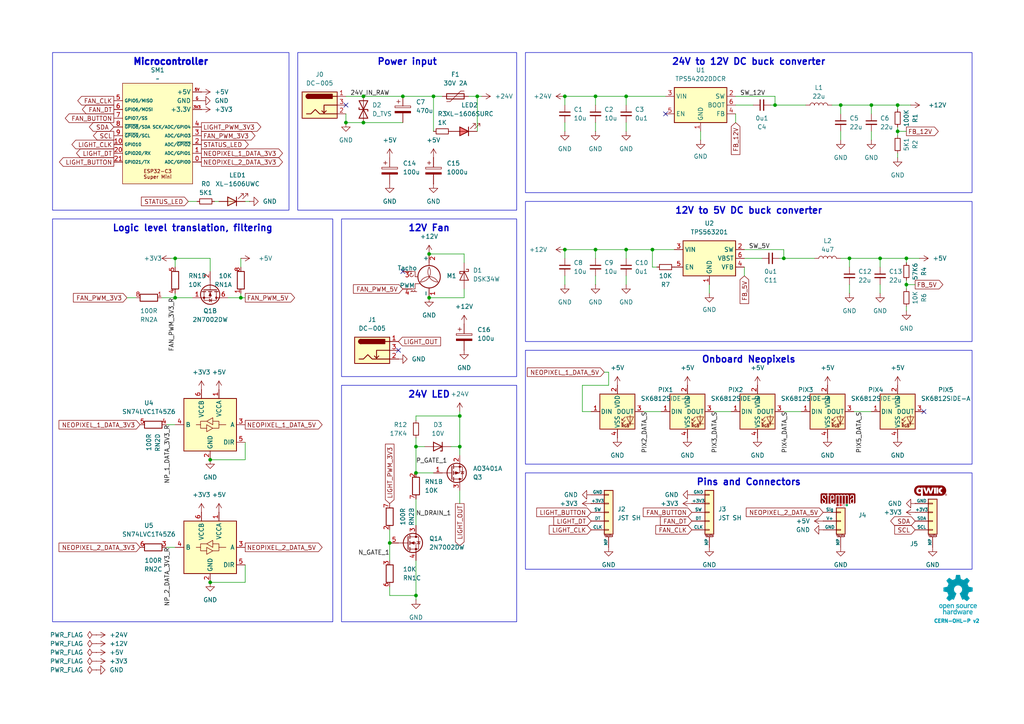
<source format=kicad_sch>
(kicad_sch (version 20231120) (generator "eeschema") (generator_version "8.0")
  (paper "A4")
  (junction (at 120.65 172.72))
  (junction (at 124.46 73.66))
  (junction (at 246.38 74.93))
  (junction (at 262.89 82.55))
  (junction (at 163.83 27.94))
  (junction (at 113.03 157.48))
  (junction (at 260.35 38.1))
  (junction (at 138.43 27.94))
  (junction (at 163.83 72.39))
  (junction (at 133.35 120.65))
  (junction (at 116.84 27.94))
  (junction (at 50.8 86.36))
  (junction (at 227.33 74.93))
  (junction (at 120.65 129.54))
  (junction (at 105.41 27.94))
  (junction (at 60.96 133.35))
  (junction (at 189.23 72.39))
  (junction (at 260.35 30.48))
  (junction (at 133.35 129.54))
  (junction (at 262.89 74.93))
  (junction (at 181.61 72.39))
  (junction (at 105.41 35.56))
  (junction (at 252.73 30.48))
  (junction (at 124.46 86.36))
  (junction (at 181.61 27.94))
  (junction (at 243.84 30.48))
  (junction (at 60.96 168.91))
  (junction (at 69.85 86.36))
  (junction (at 125.73 27.94))
  (junction (at 224.79 30.48))
  (junction (at 50.8 74.93))
  (junction (at 120.65 137.16))
  (junction (at 100.33 35.56))
  (junction (at 172.72 27.94))
  (junction (at 172.72 72.39))
  (junction (at 255.27 74.93))
  (no_connect (at 193.04 33.02))
  (no_connect (at 267.97 119.38))
  (no_connect (at 100.33 30.48))
  (no_connect (at 115.57 101.6))
  (no_connect (at 116.84 78.74))
  (wire (pts (xy 223.52 30.48) (xy 224.79 30.48)))
  (wire (pts (xy 48.26 158.75) (xy 50.8 158.75)))
  (wire (pts (xy 113.03 170.18) (xy 113.03 172.72)))
  (wire (pts (xy 36.83 86.36) (xy 39.37 86.36)))
  (wire (pts (xy 260.35 45.72) (xy 260.35 44.45)))
  (wire (pts (xy 213.36 27.94) (xy 224.79 27.94)))
  (wire (pts (xy 224.79 30.48) (xy 233.68 30.48)))
  (wire (pts (xy 60.96 78.74) (xy 60.96 74.93)))
  (wire (pts (xy 205.74 85.09) (xy 205.74 82.55)))
  (wire (pts (xy 262.89 74.93) (xy 266.7 74.93)))
  (wire (pts (xy 72.39 58.42) (xy 71.12 58.42)))
  (wire (pts (xy 163.83 27.94) (xy 172.72 27.94)))
  (wire (pts (xy 176.53 111.76) (xy 176.53 107.95)))
  (wire (pts (xy 113.03 157.48) (xy 113.03 162.56)))
  (wire (pts (xy 125.73 27.94) (xy 125.73 38.1)))
  (wire (pts (xy 71.12 163.83) (xy 71.12 168.91)))
  (wire (pts (xy 163.83 74.93) (xy 163.83 72.39)))
  (wire (pts (xy 138.43 27.94) (xy 139.7 27.94)))
  (wire (pts (xy 50.8 74.93) (xy 60.96 74.93)))
  (wire (pts (xy 105.41 35.56) (xy 116.84 35.56)))
  (wire (pts (xy 190.5 77.47) (xy 189.23 77.47)))
  (wire (pts (xy 227.33 74.93) (xy 236.22 74.93)))
  (wire (pts (xy 46.99 86.36) (xy 50.8 86.36)))
  (wire (pts (xy 262.89 81.28) (xy 262.89 82.55)))
  (wire (pts (xy 260.35 38.1) (xy 260.35 39.37)))
  (wire (pts (xy 246.38 74.93) (xy 246.38 77.47)))
  (wire (pts (xy 262.89 90.17) (xy 262.89 88.9)))
  (wire (pts (xy 120.65 120.65) (xy 133.35 120.65)))
  (wire (pts (xy 135.89 27.94) (xy 138.43 27.94)))
  (wire (pts (xy 50.8 74.93) (xy 50.8 77.47)))
  (wire (pts (xy 100.33 35.56) (xy 105.41 35.56)))
  (wire (pts (xy 124.46 86.36) (xy 134.62 86.36)))
  (wire (pts (xy 71.12 168.91) (xy 60.96 168.91)))
  (wire (pts (xy 227.33 119.38) (xy 232.41 119.38)))
  (wire (pts (xy 71.12 128.27) (xy 71.12 133.35)))
  (wire (pts (xy 260.35 30.48) (xy 264.16 30.48)))
  (wire (pts (xy 203.2 40.64) (xy 203.2 38.1)))
  (wire (pts (xy 207.01 119.38) (xy 212.09 119.38)))
  (wire (pts (xy 215.9 80.01) (xy 215.9 77.47)))
  (wire (pts (xy 50.8 86.36) (xy 55.88 86.36)))
  (wire (pts (xy 120.65 120.65) (xy 120.65 121.92)))
  (wire (pts (xy 186.69 119.38) (xy 191.77 119.38)))
  (wire (pts (xy 176.53 107.95) (xy 175.26 107.95)))
  (wire (pts (xy 69.85 86.36) (xy 71.12 86.36)))
  (wire (pts (xy 120.65 137.16) (xy 125.73 137.16)))
  (wire (pts (xy 262.89 76.2) (xy 262.89 74.93)))
  (wire (pts (xy 133.35 119.38) (xy 133.35 120.65)))
  (wire (pts (xy 133.35 120.65) (xy 133.35 129.54)))
  (wire (pts (xy 69.85 74.93) (xy 69.85 77.47)))
  (wire (pts (xy 172.72 38.1) (xy 172.72 35.56)))
  (wire (pts (xy 255.27 85.09) (xy 255.27 82.55)))
  (wire (pts (xy 100.33 35.56) (xy 100.33 33.02)))
  (wire (pts (xy 246.38 74.93) (xy 255.27 74.93)))
  (wire (pts (xy 227.33 72.39) (xy 227.33 74.93)))
  (wire (pts (xy 120.65 129.54) (xy 120.65 137.16)))
  (wire (pts (xy 120.65 162.56) (xy 120.65 172.72)))
  (wire (pts (xy 243.84 74.93) (xy 246.38 74.93)))
  (wire (pts (xy 172.72 30.48) (xy 172.72 27.94)))
  (wire (pts (xy 215.9 72.39) (xy 227.33 72.39)))
  (wire (pts (xy 255.27 74.93) (xy 262.89 74.93)))
  (wire (pts (xy 120.65 144.78) (xy 120.65 152.4)))
  (wire (pts (xy 172.72 27.94) (xy 181.61 27.94)))
  (wire (pts (xy 181.61 38.1) (xy 181.61 35.56)))
  (wire (pts (xy 163.83 82.55) (xy 163.83 80.01)))
  (wire (pts (xy 215.9 74.93) (xy 220.98 74.93)))
  (wire (pts (xy 163.83 30.48) (xy 163.83 27.94)))
  (wire (pts (xy 172.72 82.55) (xy 172.72 80.01)))
  (wire (pts (xy 241.3 30.48) (xy 243.84 30.48)))
  (wire (pts (xy 168.91 119.38) (xy 171.45 119.38)))
  (wire (pts (xy 69.85 85.09) (xy 69.85 86.36)))
  (wire (pts (xy 176.53 111.76) (xy 168.91 111.76)))
  (wire (pts (xy 181.61 30.48) (xy 181.61 27.94)))
  (wire (pts (xy 262.89 82.55) (xy 265.43 82.55)))
  (wire (pts (xy 113.03 172.72) (xy 120.65 172.72)))
  (wire (pts (xy 260.35 38.1) (xy 262.89 38.1)))
  (wire (pts (xy 134.62 83.82) (xy 134.62 86.36)))
  (wire (pts (xy 262.89 82.55) (xy 262.89 83.82)))
  (wire (pts (xy 128.27 27.94) (xy 125.73 27.94)))
  (wire (pts (xy 138.43 27.94) (xy 138.43 38.1)))
  (wire (pts (xy 120.65 129.54) (xy 123.19 129.54)))
  (wire (pts (xy 260.35 31.75) (xy 260.35 30.48)))
  (wire (pts (xy 247.65 119.38) (xy 252.73 119.38)))
  (wire (pts (xy 189.23 77.47) (xy 189.23 72.39)))
  (wire (pts (xy 116.84 27.94) (xy 125.73 27.94)))
  (wire (pts (xy 252.73 40.64) (xy 252.73 38.1)))
  (wire (pts (xy 181.61 74.93) (xy 181.61 72.39)))
  (wire (pts (xy 105.41 27.94) (xy 116.84 27.94)))
  (wire (pts (xy 134.62 76.2) (xy 134.62 73.66)))
  (wire (pts (xy 243.84 30.48) (xy 252.73 30.48)))
  (wire (pts (xy 120.65 127) (xy 120.65 129.54)))
  (wire (pts (xy 71.12 133.35) (xy 60.96 133.35)))
  (wire (pts (xy 48.26 123.19) (xy 50.8 123.19)))
  (wire (pts (xy 120.65 172.72) (xy 120.65 173.99)))
  (wire (pts (xy 252.73 30.48) (xy 260.35 30.48)))
  (wire (pts (xy 243.84 40.64) (xy 243.84 38.1)))
  (wire (pts (xy 246.38 85.09) (xy 246.38 82.55)))
  (wire (pts (xy 213.36 35.56) (xy 213.36 33.02)))
  (wire (pts (xy 181.61 72.39) (xy 189.23 72.39)))
  (wire (pts (xy 113.03 153.67) (xy 113.03 157.48)))
  (wire (pts (xy 163.83 38.1) (xy 163.83 35.56)))
  (wire (pts (xy 213.36 30.48) (xy 218.44 30.48)))
  (wire (pts (xy 168.91 111.76) (xy 168.91 119.38)))
  (wire (pts (xy 260.35 36.83) (xy 260.35 38.1)))
  (wire (pts (xy 172.72 74.93) (xy 172.72 72.39)))
  (wire (pts (xy 66.04 86.36) (xy 69.85 86.36)))
  (wire (pts (xy 226.06 74.93) (xy 227.33 74.93)))
  (wire (pts (xy 62.23 58.42) (xy 63.5 58.42)))
  (wire (pts (xy 133.35 129.54) (xy 133.35 132.08)))
  (wire (pts (xy 181.61 27.94) (xy 193.04 27.94)))
  (wire (pts (xy 57.15 58.42) (xy 54.61 58.42)))
  (wire (pts (xy 252.73 33.02) (xy 252.73 30.48)))
  (wire (pts (xy 224.79 27.94) (xy 224.79 30.48)))
  (wire (pts (xy 255.27 77.47) (xy 255.27 74.93)))
  (wire (pts (xy 134.62 73.66) (xy 124.46 73.66)))
  (wire (pts (xy 181.61 82.55) (xy 181.61 80.01)))
  (wire (pts (xy 163.83 72.39) (xy 172.72 72.39)))
  (wire (pts (xy 49.53 74.93) (xy 50.8 74.93)))
  (wire (pts (xy 243.84 30.48) (xy 243.84 33.02)))
  (wire (pts (xy 189.23 72.39) (xy 195.58 72.39)))
  (wire (pts (xy 130.81 129.54) (xy 133.35 129.54)))
  (wire (pts (xy 172.72 72.39) (xy 181.61 72.39)))
  (wire (pts (xy 50.8 85.09) (xy 50.8 86.36)))
  (wire (pts (xy 105.41 27.94) (xy 100.33 27.94)))
  (wire (pts (xy 133.35 146.05) (xy 133.35 142.24)))
  (image (at 277.876 172.466) (scale 0.1691))
  (text_box "24V to 12V DC buck converter" (at 152.4 15.24 0) (size 129.54 40.64) (effects (font (size 1.905 1.905) (thickness 0.381) (bold yes)) (justify top)))
  (text_box "12V Fan" (at 99.06 63.5 0) (size 50.8 45.72) (effects (font (size 1.905 1.905) (thickness 0.381) (bold yes)) (justify top)))
  (text_box "Onboard Neopixels" (at 152.4 101.6 0) (size 129.54 33.02) (effects (font (size 1.905 1.905) (thickness 0.381) (bold yes)) (justify top)))
  (text_box "12V to 5V DC buck converter" (at 152.4 58.42 0) (size 129.54 40.64) (effects (font (size 1.905 1.905) (thickness 0.381) (bold yes)) (justify top)))
  (text_box "Logic level translation, filtering" (at 15.24 63.5 0) (size 81.28 116.84) (effects (font (size 1.905 1.905) (thickness 0.381) (bold yes)) (justify top)))
  (text_box "Power input" (at 86.36 15.24 0) (size 63.5 45.72) (effects (font (size 1.905 1.905) (thickness 0.381) (bold yes)) (justify top)))
  (text_box "Pins and Connectors" (at 152.4 137.16 0) (size 129.54 27.94) (effects (font (size 1.905 1.905) (thickness 0.381) (bold yes)) (justify top)))
  (text_box "24V LED" (at 99.06 111.76 0) (size 50.8 68.58) (effects (font (size 1.905 1.905) (thickness 0.381) (bold yes)) (justify top)))
  (text_box "Microcontroller" (at 15.24 15.24 0) (size 68.58 45.72) (effects (font (size 1.905 1.905) (thickness 0.508) (bold yes)) (justify top)))
  (text "CERN-OHL-P v2" (at 277.495 180.34 0) (effects (font (size 1.016 1.016) (thickness 0.4) (bold yes))))
  (label "P_GATE_1" (at 120.65 134.62 0))
  (label "SW_5V" (at 217.17 72.39 0))
  (label "PIX5_DATA_S" (at 250.19 119.38 270))
  (label "PIX4_DATA_S" (at 228.6 119.38 270))
  (label "NP_2_DATA_3V3_R" (at 49.53 158.75 270))
  (label "24V_IN_RAW" (at 101.6 27.94 0))
  (label "FAN_PWM_3V3_R" (at 50.8 86.36 270))
  (label "SW_12V" (at 214.63 27.94 0))
  (label "N_DRAIN_1" (at 120.65 149.86 0))
  (label "PIX2_DATA_S" (at 187.96 119.38 270))
  (label "N_GATE_1" (at 113.03 161.29 180))
  (label "PIX3_DATA_S" (at 208.28 119.38 270))
  (label "NP_1_DATA_3V3_R" (at 49.53 123.19 270))
  (global_label "LIGHT_OUT" (shape input) (at 115.57 99.06 0) (property "Intersheetrefs" "${INTERSHEET_REFS}" (effects (hide yes))))
  (global_label "FB_5V" (shape input) (at 215.9 80.01 270) (property "Intersheetrefs" "${INTERSHEET_REFS}" (effects (hide yes))))
  (global_label "LIGHT_CLK" (shape output) (at 33.02 41.91 180) (property "Intersheetrefs" "${INTERSHEET_REFS}" (effects (hide yes))))
  (global_label "NEOPIXEL_1_DATA_3V3" (shape output) (at 58.42 44.45 0) (property "Intersheetrefs" "${INTERSHEET_REFS}" (effects (hide yes))))
  (global_label "LIGHT_DT" (shape output) (at 33.02 44.45 180) (property "Intersheetrefs" "${INTERSHEET_REFS}" (effects (hide yes))))
  (global_label "FB_12V" (shape output) (at 262.89 38.1 0) (property "Intersheetrefs" "${INTERSHEET_REFS}" (effects (hide yes))))
  (global_label "FAN_CLK" (shape input) (at 200.66 153.67 180) (property "Intersheetrefs" "${INTERSHEET_REFS}" (effects (hide yes))))
  (global_label "FAN_PWM_5V" (shape input) (at 116.84 83.82 180) (property "Intersheetrefs" "${INTERSHEET_REFS}" (effects (hide yes))))
  (global_label "LIGHT_BUTTON" (shape output) (at 33.02 46.99 180) (property "Intersheetrefs" "${INTERSHEET_REFS}" (effects (hide yes))))
  (global_label "LIGHT_PWM_3V3" (shape input) (at 113.03 146.05 90) (property "Intersheetrefs" "${INTERSHEET_REFS}" (effects (hide yes))))
  (global_label "LIGHT_CLK" (shape input) (at 171.45 153.67 180) (property "Intersheetrefs" "${INTERSHEET_REFS}" (effects (hide yes))))
  (global_label "FAN_CLK" (shape output) (at 33.02 29.21 180) (property "Intersheetrefs" "${INTERSHEET_REFS}" (effects (hide yes))))
  (global_label "NEOPIXEL_1_DATA_5V" (shape input) (at 175.26 107.95 180) (property "Intersheetrefs" "${INTERSHEET_REFS}" (effects (hide yes))))
  (global_label "NEOPIXEL_2_DATA_3V3" (shape output) (at 58.42 46.99 0) (property "Intersheetrefs" "${INTERSHEET_REFS}" (effects (hide yes))))
  (global_label "NEOPIXEL_2_DATA_3V3" (shape input) (at 40.64 158.75 180) (property "Intersheetrefs" "${INTERSHEET_REFS}" (effects (hide yes))))
  (global_label "FAN_DT" (shape output) (at 33.02 31.75 180) (property "Intersheetrefs" "${INTERSHEET_REFS}" (effects (hide yes))))
  (global_label "FAN_BUTTON" (shape output) (at 33.02 34.29 180) (property "Intersheetrefs" "${INTERSHEET_REFS}" (effects (hide yes))))
  (global_label "FAN_PWM_3V3" (shape input) (at 36.83 86.36 180) (property "Intersheetrefs" "${INTERSHEET_REFS}" (effects (hide yes))))
  (global_label "NEOPIXEL_2_DATA_5V" (shape output) (at 71.12 158.75 0) (property "Intersheetrefs" "${INTERSHEET_REFS}" (effects (hide yes))))
  (global_label "SCL" (shape output) (at 33.02 39.37 180) (property "Intersheetrefs" "${INTERSHEET_REFS}" (effects (hide yes))))
  (global_label "STATUS_LED" (shape input) (at 54.61 58.42 180) (property "Intersheetrefs" "${INTERSHEET_REFS}" (effects (hide yes))))
  (global_label "LIGHT_OUT" (shape output) (at 133.35 146.05 270) (property "Intersheetrefs" "${INTERSHEET_REFS}" (effects (hide yes))))
  (global_label "FAN_DT" (shape input) (at 200.66 151.13 180) (property "Intersheetrefs" "${INTERSHEET_REFS}" (effects (hide yes))))
  (global_label "FB_5V" (shape output) (at 265.43 82.55 0) (property "Intersheetrefs" "${INTERSHEET_REFS}" (effects (hide yes))))
  (global_label "SCL" (shape input) (at 265.43 153.67 180) (property "Intersheetrefs" "${INTERSHEET_REFS}" (effects (hide yes))))
  (global_label "NEOPIXEL_2_DATA_5V" (shape input) (at 238.76 148.59 180) (property "Intersheetrefs" "${INTERSHEET_REFS}" (effects (hide yes))))
  (global_label "NEOPIXEL_1_DATA_3V3" (shape input) (at 40.64 123.19 180) (property "Intersheetrefs" "${INTERSHEET_REFS}" (effects (hide yes))))
  (global_label "FB_12V" (shape input) (at 213.36 35.56 270) (property "Intersheetrefs" "${INTERSHEET_REFS}" (effects (hide yes))))
  (global_label "FAN_PWM_5V" (shape output) (at 71.12 86.36 0) (property "Intersheetrefs" "${INTERSHEET_REFS}" (effects (hide yes))))
  (global_label "NEOPIXEL_1_DATA_5V" (shape output) (at 71.12 123.19 0) (property "Intersheetrefs" "${INTERSHEET_REFS}" (effects (hide yes))))
  (global_label "STATUS_LED" (shape output) (at 58.42 41.91 0) (property "Intersheetrefs" "${INTERSHEET_REFS}" (effects (hide yes))))
  (global_label "LIGHT_PWM_3V3" (shape output) (at 58.42 36.83 0) (property "Intersheetrefs" "${INTERSHEET_REFS}" (effects (hide yes))))
  (global_label "SDA" (shape bidirectional) (at 265.43 151.13 180) (property "Intersheetrefs" "${INTERSHEET_REFS}" (effects (hide yes))))
  (global_label "LIGHT_BUTTON" (shape input) (at 171.45 148.59 180) (property "Intersheetrefs" "${INTERSHEET_REFS}" (effects (hide yes))))
  (global_label "LIGHT_DT" (shape input) (at 171.45 151.13 180) (property "Intersheetrefs" "${INTERSHEET_REFS}" (effects (hide yes))))
  (global_label "FAN_PWM_3V3" (shape output) (at 58.42 39.37 0) (property "Intersheetrefs" "${INTERSHEET_REFS}" (effects (hide yes))))
  (global_label "FAN_BUTTON" (shape input) (at 200.66 148.59 180) (property "Intersheetrefs" "${INTERSHEET_REFS}" (effects (hide yes))))
  (global_label "SDA" (shape bidirectional) (at 33.02 36.83 180) (property "Intersheetrefs" "${INTERSHEET_REFS}" (effects (hide yes))))
  (symbol (lib_id "power:GND") (at 246.38 85.09 0) (unit 1)
    (property "Reference" "#PWR050" (effects (hide yes)))
    (property "Value" "GND" (at 246.38 90.17 0))
    (property "Description" "Power symbol creates a global label with name \"GND\" , ground" (effects (hide yes)))
  )
  (symbol (lib_id "Device:C_Small") (at 223.52 74.93 90) (mirror x) (unit 1)
    (property "Reference" "C11" (at 223.5263 81.28 90))
    (property "Value" "0u1" (at 223.5263 78.74 90))
    (property "Footprint" "discrete:C_0402_1005Metric" (effects (hide yes)))
    (property "Description" "Unpolarized capacitor, small symbol" (effects (hide yes)))
  )
  (symbol (lib_id "power:GND") (at 240.03 127 0) (unit 1)
    (property "Reference" "#PWR068" (effects (hide yes)))
    (property "Value" "GND" (at 240.03 132.08 0))
    (property "Description" "Power symbol creates a global label with name \"GND\" , ground" (effects (hide yes)))
  )
  (symbol (lib_id "ic:SN74LVC1T45Z6") (at 60.96 123.19 0) (mirror y) (unit 1)
    (property "Reference" "U4" (at 43.18 116.8714 0))
    (property "Value" "SN74LVC1T45Z6" (at 43.18 119.4114 0))
    (property "Footprint" "Package_TO_SOT_SMD:SOT-563" (effects (hide yes)))
    (property "Datasheet" "https://www.diodes.com/assets/Datasheets/74LVC1T45.pdf" (effects (hide yes)))
    (property "Description" "Single-Bit Dual-Supply Bus Transceiver With Configurable Voltage Translation and 3-State Outputs, SOT-563" (effects (hide yes)))
    (property "LCSC Part" "C441819" (effects (hide yes)))
  )
  (symbol (lib_id "Device:L") (at 237.49 30.48 90) (unit 1)
    (property "Reference" "L1" (at 237.49 25.4 90))
    (property "Value" "22u" (at 237.49 27.94 90))
    (property "Footprint" "discrete:L_Power_7.0x6.6mm_0630" (effects (hide yes)))
    (property "Description" "Inductor" (effects (hide yes)))
  )
  (symbol (lib_id "power:VCC") (at 266.7 74.93 270) (unit 1)
    (property "Reference" "#PWR057" (effects (hide yes)))
    (property "Value" "+5V" (at 270.51 74.9301 90) (effects (justify left)))
    (property "Description" "Power symbol creates a global label with name \"VCC\"" (effects (hide yes)))
  )
  (symbol (lib_id "discrete:SK6812SIDE-A") (at 199.39 119.38 0) (unit 1)
    (property "Reference" "PIX2" (at 213.36 113.0614 0))
    (property "Value" "SK6812SIDE-A" (at 213.36 115.6014 0))
    (property "Footprint" "discrete:LED_SK6812SIDE-A_4.0x1.6mm" (effects (hide yes)))
    (property "Datasheet" "https://www.lcsc.com/datasheet/lcsc_datasheet_2108251530_OPSCO-Optoelectronics-SK6812SIDE-A-RVS_C2890037.pdf" (effects (hide yes)))
    (property "Description" "RGB LED with integrated controller, side view" (effects (hide yes)))
    (property "LCSC Part" "C2890037" (effects (hide yes)))
  )
  (symbol (lib_id "power:+5V") (at 219.71 111.76 0) (unit 1)
    (property "Reference" "#PWR065" (effects (hide yes)))
    (property "Value" "+5V" (at 219.71 106.68 0))
    (property "Description" "Power symbol creates a global label with name \"+5V\"" (effects (hide yes)))
  )
  (symbol (lib_id "power:GND") (at 120.65 173.99 0) (unit 1)
    (property "Reference" "#PWR019" (effects (hide yes)))
    (property "Value" "GND" (at 120.65 179.07 0))
    (property "Description" "Power symbol creates a global label with name \"GND\" , ground" (effects (hide yes)))
  )
  (symbol (lib_id "power:GND") (at 113.03 53.34 0) (unit 1)
    (property "Reference" "#PWR018" (effects (hide yes)))
    (property "Value" "GND" (at 113.03 58.42 0))
    (property "Description" "Power symbol creates a global label with name \"GND\" , ground" (effects (hide yes)))
  )
  (symbol (lib_id "Regulator_Switching:TPS563200") (at 205.74 74.93 0) (unit 1)
    (property "Reference" "U2" (at 205.74 64.77 0))
    (property "Value" "TPS563201" (at 205.74 67.31 0))
    (property "Footprint" "Package_TO_SOT_SMD:SOT-23-6" (effects (hide yes)))
    (property "Datasheet" "http://www.ti.com/lit/ds/symlink/tps563200.pdf" (effects (hide yes)))
    (property "Description" "3A Synchronous Step-Down Voltage Regulator, Adjustable Output Voltage, 4.5-17V Input Voltage, SOT-23-6" (effects (hide yes)))
    (property "LCSC Part" "C116592" (effects (hide yes)))
  )
  (symbol (lib_id "power:GND") (at 176.53 158.75 0) (unit 1)
    (property "Reference" "#PWR036" (effects (hide yes)))
    (property "Value" "GND" (at 176.53 163.83 0))
    (property "Description" "Power symbol creates a global label with name \"GND\" , ground" (effects (hide yes)))
  )
  (symbol (lib_id "Connector:Barrel_Jack_Switch") (at 92.71 30.48 0) (unit 1)
    (property "Reference" "J0" (at 92.71 21.59 0))
    (property "Value" "DC-005" (at 92.71 24.13 0))
    (property "Footprint" "connector:BarrelJack_DC-005_THT_Horizontal" (effects (hide yes)))
    (property "Description" "DC Barrel Jack with an internal switch" (effects (hide yes)))
  )
  (symbol (lib_id "Device:C_Small") (at 252.73 35.56 0) (unit 1)
    (property "Reference" "C6" (at 255.27 34.2962 0) (effects (justify left)))
    (property "Value" "22u" (at 255.27 36.8362 0) (effects (justify left)))
    (property "Footprint" "discrete:C_0805_2012Metric" (effects (hide yes)))
    (property "Description" "Unpolarized capacitor, small symbol" (effects (hide yes)))
  )
  (symbol (lib_id "power:GND") (at 262.89 90.17 0) (unit 1)
    (property "Reference" "#PWR055" (effects (hide yes)))
    (property "Value" "GND" (at 262.89 95.25 0))
    (property "Description" "Power symbol creates a global label with name \"GND\" , ground" (effects (hide yes)))
  )
  (symbol (lib_id "power:+5V") (at 240.03 111.76 0) (unit 1)
    (property "Reference" "#PWR067" (effects (hide yes)))
    (property "Value" "+5V" (at 240.03 106.68 0))
    (property "Description" "Power symbol creates a global label with name \"+5V\"" (effects (hide yes)))
  )
  (symbol (lib_id "module:ESP32-C3-Super-Mini") (at 45.72 38.1 0) (unit 1)
    (property "Reference" "SM1" (at 45.72 20.32 0))
    (property "Value" "~" (at 45.72 22.86 0))
    (property "Footprint" "module:ESP32-C3-Super-Mini-Castellated-SMD" (effects (hide yes)))
  )
  (symbol (lib_id "Device:C_Polarized") (at 113.03 49.53 0) (unit 1)
    (property "Reference" "C14" (at 116.84 47.3709 0) (effects (justify left)))
    (property "Value" "100u" (at 116.84 49.9109 0) (effects (justify left)))
    (property "Footprint" "Capacitor_SMD:CP_Elec_5x5.4" (effects (hide yes)))
    (property "Description" "Polarized capacitor" (effects (hide yes)))
    (property "LCSC Part" "C4054379" (effects (hide yes)))
  )
  (symbol (lib_id "power:PWR_FLAG") (at 27.94 189.23 90) (unit 1)
    (property "Reference" "#FLG03" (effects (hide yes)))
    (property "Value" "PWR_FLAG" (at 24.13 189.2299 90) (effects (justify left)))
    (property "Description" "Special symbol for telling ERC where power comes from" (effects (hide yes)))
  )
  (symbol (lib_id "power:PWR_FLAG") (at 27.94 191.77 90) (unit 1)
    (property "Reference" "#FLG04" (effects (hide yes)))
    (property "Value" "PWR_FLAG" (at 24.13 191.7699 90) (effects (justify left)))
    (property "Description" "Special symbol for telling ERC where power comes from" (effects (hide yes)))
  )
  (symbol (lib_id "power:+5V") (at 260.35 111.76 0) (unit 1)
    (property "Reference" "#PWR069" (effects (hide yes)))
    (property "Value" "+5V" (at 260.35 106.68 0))
    (property "Description" "Power symbol creates a global label with name \"+5V\"" (effects (hide yes)))
  )
  (symbol (lib_id "Device:R_Pack04_Split") (at 120.65 140.97 180) (unit 2)
    (property "Reference" "RN1" (at 123.19 139.6999 0) (effects (justify right)))
    (property "Value" "10K" (at 123.19 142.2399 0) (effects (justify right)))
    (property "Footprint" "discrete:R_Array_Convex_4x0603_HandSolder" (effects (hide yes)))
    (property "Description" "4 resistor network, parallel topology, split" (effects (hide yes)))
    (property "LCSC Part" "C110924" (effects (hide yes)))
  )
  (symbol (lib_id "power:GND") (at 134.62 101.6 0) (unit 1)
    (property "Reference" "#PWR064" (effects (hide yes)))
    (property "Value" "GND" (at 134.62 106.68 0))
    (property "Description" "Power symbol creates a global label with name \"GND\" , ground" (effects (hide yes)))
  )
  (symbol (lib_id "power:GND") (at 243.84 40.64 0) (unit 1)
    (property "Reference" "#PWR049" (effects (hide yes)))
    (property "Value" "GND" (at 243.84 45.72 0))
    (property "Description" "Power symbol creates a global label with name \"GND\" , ground" (effects (hide yes)))
  )
  (symbol (lib_id "power:GND") (at 125.73 53.34 0) (unit 1)
    (property "Reference" "#PWR062" (effects (hide yes)))
    (property "Value" "GND" (at 125.73 58.42 0))
    (property "Description" "Power symbol creates a global label with name \"GND\" , ground" (effects (hide yes)))
  )
  (symbol (lib_id "discrete:XL-1606SURC") (at 134.62 38.1 180) (unit 1)
    (property "Reference" "LED2" (at 136.2075 30.48 0))
    (property "Value" "XL-1606SURC" (at 136.2075 33.02 0))
    (property "Footprint" "discrete:LED_SideEmitter_1.7x1.1mm" (effects (hide yes)))
    (property "Datasheet" "https://www.lcsc.com/datasheet/lcsc_datasheet_2410121310_XINGLIGHT-XL-1606SURC_C965860.pdf" (effects (hide yes)))
    (property "Description" "Light emitting diode, Red, Side-Emitter package" (effects (hide yes)))
    (property "LCSC Part" "C965860" (effects (hide yes)))
  )
  (symbol (lib_id "Device:R_Small") (at 260.35 41.91 0) (mirror x) (unit 1)
    (property "Reference" "R2" (at 265.43 41.91 90))
    (property "Value" "5K1" (at 262.89 41.91 90))
    (property "Footprint" "Resistor_SMD:R_0603_1608Metric" (effects (hide yes)))
    (property "Description" "Resistor, small symbol" (effects (hide yes)))
  )
  (symbol (lib_id "Device:L") (at 240.03 74.93 90) (unit 1)
    (property "Reference" "L2" (at 240.03 69.85 90))
    (property "Value" "4u7" (at 240.03 72.39 90))
    (property "Footprint" "discrete:L_1008_2520Metric" (effects (hide yes)))
    (property "Description" "Inductor" (effects (hide yes)))
    (property "LCSC Part" "C22471106" (effects (hide yes)))
  )
  (symbol (lib_id "Device:R_Pack04_Split") (at 44.45 158.75 90) (mirror x) (unit 3)
    (property "Reference" "RN2" (at 44.45 165.1 90))
    (property "Value" "100R" (at 44.45 162.56 90))
    (property "Footprint" "discrete:R_Array_Convex_4x0603_HandSolder" (effects (hide yes)))
    (property "Description" "4 resistor network, parallel topology, split" (effects (hide yes)))
    (property "LCSC Part" "C270393" (effects (hide yes)))
  )
  (symbol (lib_id "power:GND") (at 260.35 45.72 0) (unit 1)
    (property "Reference" "#PWR054" (effects (hide yes)))
    (property "Value" "GND" (at 260.35 50.8 0))
    (property "Description" "Power symbol creates a global label with name \"GND\" , ground" (effects (hide yes)))
  )
  (symbol (lib_id "Device:R_Small") (at 262.89 78.74 0) (mirror x) (unit 1)
    (property "Reference" "R4" (at 267.97 78.74 90))
    (property "Value" "57K6" (at 265.43 78.74 90))
    (property "Footprint" "Resistor_SMD:R_0603_1608Metric" (effects (hide yes)))
    (property "Description" "Resistor, small symbol" (effects (hide yes)))
    (property "LCSC Part" "C23082" (effects (hide yes)))
  )
  (symbol (lib_id "power:GND") (at 205.74 85.09 0) (unit 1)
    (property "Reference" "#PWR045" (effects (hide yes)))
    (property "Value" "GND" (at 205.74 89.8201 0))
    (property "Description" "Power symbol creates a global label with name \"GND\" , ground" (effects (hide yes)))
  )
  (symbol (lib_id "power:GND") (at 270.51 158.75 0) (unit 1)
    (property "Reference" "#PWR060" (effects (hide yes)))
    (property "Value" "GND" (at 270.51 163.83 0))
    (property "Description" "Power symbol creates a global label with name \"GND\" , ground" (effects (hide yes)))
  )
  (symbol (lib_id "Device:C_Small") (at 163.83 33.02 0) (unit 1)
    (property "Reference" "C1" (at 166.37 31.7562 0) (effects (justify left)))
    (property "Value" "10u" (at 166.37 34.2962 0) (effects (justify left)))
    (property "Footprint" "discrete:C_0603_1608Metric" (effects (hide yes)))
    (property "Description" "Unpolarized capacitor, small symbol" (effects (hide yes)))
  )
  (symbol (lib_id "power:+5V") (at 199.39 111.76 0) (unit 1)
    (property "Reference" "#PWR040" (effects (hide yes)))
    (property "Value" "+5V" (at 199.39 106.68 0))
    (property "Description" "Power symbol creates a global label with name \"+5V\"" (effects (hide yes)))
  )
  (symbol (lib_id "connector:Qwiic") (at 270.51 148.59 0) (unit 1)
    (property "Reference" "J5" (at 263.906 157.734 0) (effects (justify left)))
    (property "Value" "Qwiic" (effects (hide yes)))
    (property "Footprint" "connector:Qwiic-SMD-horizontal" (effects (hide yes)))
    (property "Datasheet" "https://www.sparkfun.com/qwiic" (effects (hide yes)))
    (property "Description" "Qwiic connector, JST SH 1.0mm 1x04" (effects (hide yes)))
    (property "LCSC Part" "C19270571" (effects (hide yes)))
  )
  (symbol (lib_id "Device:R_Small") (at 120.65 124.46 0) (mirror y) (unit 1)
    (property "Reference" "R12" (at 118.11 123.1899 0) (effects (justify left)))
    (property "Value" "17K4" (at 118.11 125.7299 0) (effects (justify left)))
    (property "Footprint" "Resistor_SMD:R_0603_1608Metric" (effects (hide yes)))
    (property "Description" "Resistor, small symbol" (effects (hide yes)))
  )
  (symbol (lib_id "power:VCC") (at 265.43 148.59 90) (unit 1)
    (property "Reference" "#PWR059" (effects (hide yes)))
    (property "Value" "+3V3" (at 261.62 148.5899 90) (effects (justify left)))
    (property "Description" "Power symbol creates a global label with name \"VCC\"" (effects (hide yes)))
  )
  (symbol (lib_id "discrete:SK6812SIDE-A") (at 240.03 119.38 0) (unit 1)
    (property "Reference" "PIX4" (at 254 113.0614 0))
    (property "Value" "SK6812SIDE-A" (at 254 115.6014 0))
    (property "Footprint" "discrete:LED_SK6812SIDE-A_4.0x1.6mm" (effects (hide yes)))
    (property "Datasheet" "https://www.lcsc.com/datasheet/lcsc_datasheet_2108251530_OPSCO-Optoelectronics-SK6812SIDE-A-RVS_C2890037.pdf" (effects (hide yes)))
    (property "Description" "RGB LED with integrated controller, side view" (effects (hide yes)))
    (property "LCSC Part" "C2890037" (effects (hide yes)))
  )
  (symbol (lib_id "power:VCC") (at 27.94 184.15 270) (unit 1)
    (property "Reference" "#PWR02" (effects (hide yes)))
    (property "Value" "+24V" (at 31.75 184.1499 90) (effects (justify left)))
    (property "Description" "Power symbol creates a global label with name \"VCC\"" (effects (hide yes)))
  )
  (symbol (lib_id "power:PWR_FLAG") (at 27.94 194.31 90) (unit 1)
    (property "Reference" "#FLG05" (effects (hide yes)))
    (property "Value" "PWR_FLAG" (at 24.13 194.3099 90) (effects (justify left)))
    (property "Description" "Special symbol for telling ERC where power comes from" (effects (hide yes)))
  )
  (symbol (lib_id "Device:C_Polarized") (at 134.62 97.79 0) (unit 1)
    (property "Reference" "C16" (at 138.43 95.6309 0) (effects (justify left)))
    (property "Value" "100u" (at 138.43 98.1709 0) (effects (justify left)))
    (property "Footprint" "Capacitor_SMD:CP_Elec_5x5.4" (effects (hide yes)))
    (property "Description" "Polarized capacitor" (effects (hide yes)))
    (property "LCSC Part" "C4054379" (effects (hide yes)))
  )
  (symbol (lib_id "connector:JST_SH_01x05_RotaryEncoder") (at 176.53 148.59 0) (unit 1)
    (property "Reference" "J2" (at 179.07 147.6755 0) (effects (justify left)))
    (property "Value" "JST SH" (at 179.07 150.2155 0) (effects (justify left)))
    (property "Footprint" "connector:JST_SH_SM05B-SRSS-TB_1x05-1MP_P1.00mm_Horizontal" (effects (hide yes)))
    (property "Description" "JST SH connector for rotary encoder" (effects (hide yes)))
    (property "LCSC Part" "C7433426" (effects (hide yes)))
  )
  (symbol (lib_id "Device:R_Pack04_Split") (at 113.03 149.86 0) (unit 2)
    (property "Reference" "RN2" (at 119.38 149.86 90))
    (property "Value" "100R" (at 116.84 149.86 90))
    (property "Footprint" "discrete:R_Array_Convex_4x0603_HandSolder" (effects (hide yes)))
    (property "Description" "4 resistor network, parallel topology, split" (effects (hide yes)))
    (property "LCSC Part" "C270393" (effects (hide yes)))
  )
  (symbol (lib_id "power:VCC") (at 58.42 26.67 270) (unit 1)
    (property "Reference" "#PWR028" (effects (hide yes)))
    (property "Value" "+5V" (at 62.23 26.6699 90) (effects (justify left)))
    (property "Description" "Power symbol creates a global label with name \"VCC\"" (effects (hide yes)))
  )
  (symbol (lib_id "Device:R_Pack04_Split") (at 43.18 86.36 90) (mirror x) (unit 1)
    (property "Reference" "RN2" (at 43.18 92.71 90))
    (property "Value" "100R" (at 43.18 90.17 90))
    (property "Footprint" "discrete:R_Array_Convex_4x0603_HandSolder" (effects (hide yes)))
    (property "Description" "4 resistor network, parallel topology, split" (effects (hide yes)))
    (property "LCSC Part" "C270393" (effects (hide yes)))
  )
  (symbol (lib_id "power:GND") (at 60.96 168.91 0) (mirror y) (unit 1)
    (property "Reference" "#PWR012" (effects (hide yes)))
    (property "Value" "GND" (at 60.96 173.99 0))
    (property "Description" "Power symbol creates a global label with name \"GND\" , ground" (effects (hide yes)))
  )
  (symbol (lib_id "power:VCC") (at 27.94 191.77 270) (unit 1)
    (property "Reference" "#PWR06" (effects (hide yes)))
    (property "Value" "+3V3" (at 31.75 191.7699 90) (effects (justify left)))
    (property "Description" "Power symbol creates a global label with name \"VCC\"" (effects (hide yes)))
  )
  (symbol (lib_id "Device:C_Small") (at 220.98 30.48 90) (mirror x) (unit 1)
    (property "Reference" "C4" (at 220.9863 36.83 90))
    (property "Value" "0u1" (at 220.9863 34.29 90))
    (property "Footprint" "discrete:C_0402_1005Metric" (effects (hide yes)))
    (property "Description" "Unpolarized capacitor, small symbol" (effects (hide yes)))
  )
  (symbol (lib_id "power:GND") (at 163.83 38.1 0) (unit 1)
    (property "Reference" "#PWR030" (effects (hide yes)))
    (property "Value" "GND" (at 163.83 43.18 0))
    (property "Description" "Power symbol creates a global label with name \"GND\" , ground" (effects (hide yes)))
  )
  (symbol (lib_id "power:VCC") (at 58.42 31.75 270) (unit 1)
    (property "Reference" "#PWR01" (effects (hide yes)))
    (property "Value" "+3V3" (at 62.23 31.7499 90) (effects (justify left)))
    (property "Description" "Power symbol creates a global label with name \"VCC\"" (effects (hide yes)))
  )
  (symbol (lib_id "power:GND") (at 252.73 40.64 0) (unit 1)
    (property "Reference" "#PWR052" (effects (hide yes)))
    (property "Value" "GND" (at 252.73 45.72 0))
    (property "Description" "Power symbol creates a global label with name \"GND\" , ground" (effects (hide yes)))
  )
  (symbol (lib_id "power:GND") (at 58.42 29.21 90) (unit 1)
    (property "Reference" "#PWR029" (effects (hide yes)))
    (property "Value" "GND" (at 62.23 29.2099 90) (effects (justify right)))
    (property "Description" "Power symbol creates a global label with name \"GND\" , ground" (effects (hide yes)))
  )
  (symbol (lib_id "power:GND") (at 163.83 82.55 0) (unit 1)
    (property "Reference" "#PWR026" (effects (hide yes)))
    (property "Value" "GND" (at 163.83 87.63 0))
    (property "Description" "Power symbol creates a global label with name \"GND\" , ground" (effects (hide yes)))
  )
  (symbol (lib_id "discrete:2N7002DW") (at 118.11 157.48 0) (unit 1)
    (property "Reference" "Q1" (at 124.46 156.2099 0) (effects (justify left)))
    (property "Value" "2N7002DW" (at 124.46 158.7499 0) (effects (justify left)))
    (property "Footprint" "package:SOT-363_SC-70-6_HandSolder" (effects (hide yes)))
    (property "Datasheet" "https://www.onsemi.com/download/data-sheet/pdf/2n7002dw-d.pdf" (effects (hide yes)))
    (property "Description" "0.115A Id, 60V Vds, Dual N-Channel MOSFET, SOT-23-6" (effects (hide yes)))
    (property "LCSC Part" "C5190214" (effects (hide yes)))
    (property "JLCPCB_CORRECTION" "0; 0; 270" (effects (hide yes)))
  )
  (symbol (lib_id "Device:R_Small") (at 59.69 58.42 270) (mirror x) (unit 1)
    (property "Reference" "R0" (at 59.69 53.34 90))
    (property "Value" "5K1" (at 59.69 55.88 90))
    (property "Footprint" "Resistor_SMD:R_0603_1608Metric" (effects (hide yes)))
    (property "Description" "Resistor, small symbol" (effects (hide yes)))
  )
  (symbol (lib_id "power:GND") (at 72.39 58.42 90) (unit 1)
    (property "Reference" "#PWR04" (effects (hide yes)))
    (property "Value" "GND" (at 76.2 58.4199 90) (effects (justify right)))
    (property "Description" "Power symbol creates a global label with name \"GND\" , ground" (effects (hide yes)))
  )
  (symbol (lib_id "power:GND") (at 265.43 146.05 270) (unit 1)
    (property "Reference" "#PWR058" (effects (hide yes)))
    (property "Value" "GND" (at 261.62 146.0499 90) (effects (justify right)))
    (property "Description" "Power symbol creates a global label with name \"GND\" , ground" (effects (hide yes)))
  )
  (symbol (lib_id "power:GND") (at 238.76 153.67 270) (unit 1)
    (property "Reference" "#PWR048" (effects (hide yes)))
    (property "Value" "GND" (at 234.95 153.6699 90) (effects (justify right)))
    (property "Description" "Power symbol creates a global label with name \"GND\" , ground" (effects (hide yes)))
  )
  (symbol (lib_id "power:GND") (at 27.94 194.31 90) (unit 1)
    (property "Reference" "#PWR07" (effects (hide yes)))
    (property "Value" "GND" (at 31.75 194.3099 90) (effects (justify right)))
    (property "Description" "Power symbol creates a global label with name \"GND\" , ground" (effects (hide yes)))
  )
  (symbol (lib_id "power:+3V3") (at 58.42 148.59 0) (mirror y) (unit 1)
    (property "Reference" "#PWR010" (effects (hide yes)))
    (property "Value" "+3V3" (at 58.42 143.51 0))
    (property "Description" "Power symbol creates a global label with name \"+3V3\"" (effects (hide yes)))
  )
  (symbol (lib_id "power:VCC") (at 134.62 93.98 0) (unit 1)
    (property "Reference" "#PWR063" (effects (hide yes)))
    (property "Value" "+12V" (at 134.62 88.9 0))
    (property "Description" "Power symbol creates a global label with name \"VCC\"" (effects (hide yes)))
  )
  (symbol (lib_id "power:VCC") (at 200.66 146.05 90) (unit 1)
    (property "Reference" "#PWR043" (effects (hide yes)))
    (property "Value" "+3V3" (at 196.85 146.0499 90) (effects (justify left)))
    (property "Description" "Power symbol creates a global label with name \"VCC\"" (effects (hide yes)))
  )
  (symbol (lib_id "Device:R_Pack04_Split") (at 69.85 81.28 0) (unit 1)
    (property "Reference" "RN1" (at 67.31 82.5501 0) (effects (justify right)))
    (property "Value" "10K" (at 67.31 80.0101 0) (effects (justify right)))
    (property "Footprint" "discrete:R_Array_Convex_4x0603_HandSolder" (effects (hide yes)))
    (property "Description" "4 resistor network, parallel topology, split" (effects (hide yes)))
    (property "LCSC Part" "C110924" (effects (hide yes)))
  )
  (symbol (lib_id "Device:Polyfuse") (at 132.08 27.94 90) (unit 1)
    (property "Reference" "F1" (at 132.08 21.59 90))
    (property "Value" "30V 2A" (at 132.08 24.13 90))
    (property "Footprint" "Fuse:Fuse_1812_4532Metric" (effects (hide yes)))
    (property "Description" "Resettable fuse, polymeric positive temperature coefficient" (effects (hide yes)))
    (property "LCSC Part" "C22366122" (effects (hide yes)))
  )
  (symbol (lib_id "power:PWR_FLAG") (at 27.94 186.69 90) (unit 1)
    (property "Reference" "#FLG02" (effects (hide yes)))
    (property "Value" "PWR_FLAG" (at 24.13 186.6899 90) (effects (justify left)))
    (property "Description" "Special symbol for telling ERC where power comes from" (effects (hide yes)))
  )
  (symbol (lib_id "power:VCC") (at 238.76 151.13 90) (unit 1)
    (property "Reference" "#PWR047" (effects (hide yes)))
    (property "Value" "+5V" (at 234.95 151.1299 90) (effects (justify left)))
    (property "Description" "Power symbol creates a global label with name \"VCC\"" (effects (hide yes)))
  )
  (symbol (lib_id "discrete:DSK34W") (at 134.62 80.01 270) (unit 1)
    (property "Reference" "D1" (at 137.16 78.4224 90) (effects (justify left)))
    (property "Value" "DSK34W" (at 137.16 80.9624 90) (effects (justify left)))
    (property "Footprint" "package:D_SOD-123F" (effects (hide yes)))
    (property "Datasheet" "https://www.lcsc.com/datasheet/lcsc_datasheet_2207111801_FOSAN-DSK34W_C3014041.pdf" (effects (hide yes)))
    (property "Description" "40V, 3A, 340 mV, Schottky Diode Rectifier, SOD-123F" (effects (hide yes)))
    (property "LCSC Part" "C3014041" (effects (hide yes)))
  )
  (symbol (lib_id "Device:C_Polarized") (at 116.84 31.75 0) (unit 1)
    (property "Reference" "C7" (at 120.65 29.5909 0) (effects (justify left)))
    (property "Value" "470u" (at 120.65 32.1309 0) (effects (justify left)))
    (property "Footprint" "Capacitor_SMD:CP_Elec_8x10" (effects (hide yes)))
    (property "Description" "Polarized capacitor" (effects (hide yes)))
    (property "LCSC Part" "C7471889" (effects (hide yes)))
  )
  (symbol (lib_id "power:GND") (at 172.72 82.55 0) (unit 1)
    (property "Reference" "#PWR031" (effects (hide yes)))
    (property "Value" "GND" (at 172.72 87.63 0))
    (property "Description" "Power symbol creates a global label with name \"GND\" , ground" (effects (hide yes)))
  )
  (symbol (lib_id "power:GND") (at 181.61 82.55 0) (unit 1)
    (property "Reference" "#PWR035" (effects (hide yes)))
    (property "Value" "GND" (at 181.61 87.63 0))
    (property "Description" "Power symbol creates a global label with name \"GND\" , ground" (effects (hide yes)))
  )
  (symbol (lib_id "Device:R_Small") (at 260.35 34.29 0) (mirror x) (unit 1)
    (property "Reference" "R1" (at 265.43 34.29 90))
    (property "Value" "100K" (at 262.89 34.29 90))
    (property "Footprint" "Resistor_SMD:R_0603_1608Metric" (effects (hide yes)))
    (property "Description" "Resistor, small symbol" (effects (hide yes)))
  )
  (symbol (lib_id "Transistor_FET:AO3401A") (at 130.81 137.16 0) (mirror x) (unit 1)
    (property "Reference" "Q3" (at 137.16 138.4301 0) (effects (justify left)))
    (property "Value" "AO3401A" (at 137.16 135.8901 0) (effects (justify left)))
    (property "Footprint" "Package_TO_SOT_SMD:SOT-23" (effects (hide yes)))
    (property "Datasheet" "http://www.aosmd.com/pdfs/datasheet/AO3401A.pdf" (effects (hide yes)))
    (property "Description" "-4.0A Id, -30V Vds, P-Channel MOSFET, SOT-23" (effects (hide yes)))
  )
  (symbol (lib_id "Device:D_Zener") (at 127 129.54 180) (unit 1)
    (property "Reference" "D3" (at 127 123.19 0))
    (property "Value" "10V" (at 127 125.73 0))
    (property "Footprint" "package:D_SOD-523" (effects (hide yes)))
    (property "Description" "Zener diode" (effects (hide yes)))
    (property "LCSC Part" "C2832579" (effects (hide yes)))
  )
  (symbol (lib_id "power:VCC") (at 125.73 45.72 0) (unit 1)
    (property "Reference" "#PWR061" (effects (hide yes)))
    (property "Value" "+5V" (at 125.73 40.64 0))
    (property "Description" "Power symbol creates a global label with name \"VCC\"" (effects (hide yes)))
  )
  (symbol (lib_name "TPS54202DDCR_1") (lib_id "ic:TPS54202DDCR") (at 203.2 30.48 0) (unit 1)
    (property "Reference" "U1" (at 203.2 20.32 0))
    (property "Value" "TPS54202DDCR" (at 203.2 22.86 0))
    (property "Footprint" "Package_TO_SOT_SMD:SOT-23-6" (effects (hide yes)))
    (property "Datasheet" "http://www.ti.com/lit/ds/symlink/tps563200.pdf" (effects (hide yes)))
    (property "Description" "2A Synchronous Step-Down Voltage Regulator, Adjustable Output Voltage, 4.5-28V Input Voltage, SOT-23-6" (effects (hide yes)))
    (property "LCSC Part" "C191884" (effects (hide yes)))
  )
  (symbol (lib_id "power:+5V") (at 179.07 111.76 0) (unit 1)
    (property "Reference" "#PWR038" (effects (hide yes)))
    (property "Value" "+5V" (at 179.07 106.68 0))
    (property "Description" "Power symbol creates a global label with name \"+5V\"" (effects (hide yes)))
  )
  (symbol (lib_id "power:GND") (at 172.72 38.1 0) (unit 1)
    (property "Reference" "#PWR032" (effects (hide yes)))
    (property "Value" "GND" (at 172.72 43.18 0))
    (property "Description" "Power symbol creates a global label with name \"GND\" , ground" (effects (hide yes)))
  )
  (symbol (lib_id "power:GND") (at 199.39 127 0) (unit 1)
    (property "Reference" "#PWR041" (effects (hide yes)))
    (property "Value" "GND" (at 199.39 132.08 0))
    (property "Description" "Power symbol creates a global label with name \"GND\" , ground" (effects (hide yes)))
  )
  (symbol (lib_id "power:GND") (at 179.07 127 0) (unit 1)
    (property "Reference" "#PWR039" (effects (hide yes)))
    (property "Value" "GND" (at 179.07 132.08 0))
    (property "Description" "Power symbol creates a global label with name \"GND\" , ground" (effects (hide yes)))
  )
  (symbol (lib_id "power:+3V3") (at 58.42 113.03 0) (mirror y) (unit 1)
    (property "Reference" "#PWR09" (effects (hide yes)))
    (property "Value" "+3V3" (at 58.42 107.95 0))
    (property "Description" "Power symbol creates a global label with name \"+3V3\"" (effects (hide yes)))
  )
  (symbol (lib_id "power:VCC") (at 27.94 189.23 270) (unit 1)
    (property "Reference" "#PWR05" (effects (hide yes)))
    (property "Value" "+5V" (at 31.75 189.2299 90) (effects (justify left)))
    (property "Description" "Power symbol creates a global label with name \"VCC\"" (effects (hide yes)))
  )
  (symbol (lib_id "Device:C_Small") (at 181.61 77.47 0) (unit 1)
    (property "Reference" "C10" (at 184.15 76.2062 0) (effects (justify left)))
    (property "Value" "0u1" (at 184.15 78.7462 0) (effects (justify left)))
    (property "Footprint" "discrete:C_0402_1005Metric" (effects (hide yes)))
    (property "Description" "Unpolarized capacitor, small symbol" (effects (hide yes)))
  )
  (symbol (lib_id "Device:C_Polarized") (at 125.73 49.53 0) (unit 1)
    (property "Reference" "C15" (at 129.54 47.3709 0) (effects (justify left)))
    (property "Value" "1000u" (at 129.54 49.9109 0) (effects (justify left)))
    (property "Footprint" "Capacitor_SMD:CP_Elec_8x10" (effects (hide yes)))
    (property "Description" "Polarized capacitor" (effects (hide yes)))
    (property "LCSC Part" "C311227" (effects (hide yes)))
  )
  (symbol (lib_id "Device:C_Small") (at 255.27 80.01 0) (unit 1)
    (property "Reference" "C13" (at 257.81 78.7462 0) (effects (justify left)))
    (property "Value" "22u" (at 257.81 81.2862 0) (effects (justify left)))
    (property "Footprint" "discrete:C_0603_1608Metric" (effects (hide yes)))
    (property "Description" "Unpolarized capacitor, small symbol" (effects (hide yes)))
  )
  (symbol (lib_id "Device:C_Small") (at 172.72 33.02 0) (unit 1)
    (property "Reference" "C2" (at 175.26 31.7562 0) (effects (justify left)))
    (property "Value" "10u" (at 175.26 34.2962 0) (effects (justify left)))
    (property "Footprint" "discrete:C_0603_1608Metric" (effects (hide yes)))
    (property "Description" "Unpolarized capacitor, small symbol" (effects (hide yes)))
  )
  (symbol (lib_id "Device:R_Pack04_Split") (at 113.03 166.37 0) (mirror x) (unit 3)
    (property "Reference" "RN1" (at 116.84 167.6401 0) (effects (justify left)))
    (property "Value" "10K" (at 116.84 165.1001 0) (effects (justify left)))
    (property "Footprint" "discrete:R_Array_Convex_4x0603_HandSolder" (effects (hide yes)))
    (property "Description" "4 resistor network, parallel topology, split" (effects (hide yes)))
    (property "LCSC Part" "C110924" (effects (hide yes)))
  )
  (symbol (lib_id "power:GND") (at 124.46 86.36 0) (unit 1)
    (property "Reference" "#PWR021" (effects (hide yes)))
    (property "Value" "GND" (at 124.46 91.44 0))
    (property "Description" "Power symbol creates a global label with name \"GND\" , ground" (effects (hide yes)))
  )
  (symbol (lib_id "power:VCC") (at 171.45 146.05 90) (unit 1)
    (property "Reference" "#PWR034" (effects (hide yes)))
    (property "Value" "+3V3" (at 167.64 146.0499 90) (effects (justify left)))
    (property "Description" "Power symbol creates a global label with name \"VCC\"" (effects (hide yes)))
  )
  (symbol (lib_id "Device:C_Small") (at 243.84 35.56 0) (unit 1)
    (property "Reference" "C5" (at 246.38 34.2962 0) (effects (justify left)))
    (property "Value" "22u" (at 246.38 36.8362 0) (effects (justify left)))
    (property "Footprint" "discrete:C_0805_2012Metric" (effects (hide yes)))
    (property "Description" "Unpolarized capacitor, small symbol" (effects (hide yes)))
  )
  (symbol (lib_id "Device:D_TVS") (at 105.41 31.75 90) (unit 1)
    (property "Reference" "D2" (at 107.95 30.4799 90) (effects (justify right)))
    (property "Value" "D_TVS" (at 107.95 33.0199 90) (effects (justify right)))
    (property "Footprint" "package:D_SOD-123F" (effects (hide yes)))
    (property "Description" "Bidirectional transient-voltage-suppression diode" (effects (hide yes)))
    (property "LCSC Part" "C7473232" (effects (hide yes)))
  )
  (symbol (lib_id "power:GND") (at 205.74 158.75 0) (unit 1)
    (property "Reference" "#PWR046" (effects (hide yes)))
    (property "Value" "GND" (at 205.74 163.83 0))
    (property "Description" "Power symbol creates a global label with name \"GND\" , ground" (effects (hide yes)))
  )
  (symbol (lib_id "Device:R_Small") (at 193.04 77.47 90) (mirror x) (unit 1)
    (property "Reference" "R7" (at 193.04 82.55 90))
    (property "Value" "10K" (at 193.04 80.01 90))
    (property "Footprint" "Resistor_SMD:R_0603_1608Metric" (effects (hide yes)))
    (property "Description" "Resistor, small symbol" (effects (hide yes)))
  )
  (symbol (lib_id "Motor:Fan_4pin") (at 124.46 81.28 0) (unit 1)
    (property "Reference" "M1" (at 129.54 80.0099 0) (effects (justify left)))
    (property "Value" "KF2510" (effects (hide yes)))
    (property "Footprint" "connector:FanPinHeader_1x04_P2.54mm_Horizontal" (effects (hide yes)))
    (property "Datasheet" "http://www.formfactors.org/developer%5Cspecs%5Crev1_2_public.pdf" (effects (hide yes)))
    (property "Description" "Fan, tacho output, PWM input, 4-pin connector" (effects (hide yes)))
  )
  (symbol (lib_id "power:GND") (at 255.27 85.09 0) (unit 1)
    (property "Reference" "#PWR053" (effects (hide yes)))
    (property "Value" "GND" (at 255.27 90.17 0))
    (property "Description" "Power symbol creates a global label with name \"GND\" , ground" (effects (hide yes)))
  )
  (symbol (lib_id "power:GND") (at 203.2 40.64 0) (unit 1)
    (property "Reference" "#PWR044" (effects (hide yes)))
    (property "Value" "GND" (at 203.2 45.3701 0))
    (property "Description" "Power symbol creates a global label with name \"GND\" , ground" (effects (hide yes)))
  )
  (symbol (lib_id "power:GND") (at 243.84 158.75 0) (unit 1)
    (property "Reference" "#PWR051" (effects (hide yes)))
    (property "Value" "GND" (at 243.84 163.83 0))
    (property "Description" "Power symbol creates a global label with name \"GND\" , ground" (effects (hide yes)))
  )
  (symbol (lib_id "power:GND") (at 60.96 133.35 0) (mirror y) (unit 1)
    (property "Reference" "#PWR011" (effects (hide yes)))
    (property "Value" "GND" (at 60.96 138.43 0))
    (property "Description" "Power symbol creates a global label with name \"GND\" , ground" (effects (hide yes)))
  )
  (symbol (lib_id "power:GND") (at 219.71 127 0) (unit 1)
    (property "Reference" "#PWR066" (effects (hide yes)))
    (property "Value" "GND" (at 219.71 132.08 0))
    (property "Description" "Power symbol creates a global label with name \"GND\" , ground" (effects (hide yes)))
  )
  (symbol (lib_id "power:+5V") (at 69.85 74.93 270) (unit 1)
    (property "Reference" "#PWR015" (effects (hide yes)))
    (property "Value" "+5V" (at 74.93 74.9299 90) (effects (justify left)))
    (property "Description" "Power symbol creates a global label with name \"+5V\"" (effects (hide yes)))
  )
  (symbol (lib_id "power:GND") (at 100.33 35.56 0) (unit 1)
    (property "Reference" "#PWR016" (effects (hide yes)))
    (property "Value" "GND" (at 100.33 40.64 0))
    (property "Description" "Power symbol creates a global label with name \"GND\" , ground" (effects (hide yes)))
  )
  (symbol (lib_id "power:VCC") (at 113.03 45.72 0) (unit 1)
    (property "Reference" "#PWR017" (effects (hide yes)))
    (property "Value" "+5V" (at 113.03 40.64 0))
    (property "Description" "Power symbol creates a global label with name \"VCC\"" (effects (hide yes)))
  )
  (symbol (lib_id "Device:C_Small") (at 181.61 33.02 0) (unit 1)
    (property "Reference" "C3" (at 184.15 31.7562 0) (effects (justify left)))
    (property "Value" "0u1" (at 184.15 34.2962 0) (effects (justify left)))
    (property "Footprint" "discrete:C_0402_1005Metric" (effects (hide yes)))
    (property "Description" "Unpolarized capacitor, small symbol" (effects (hide yes)))
  )
  (symbol (lib_id "connector:JST_SH_01x05_RotaryEncoder") (at 205.74 148.59 0) (unit 1)
    (property "Reference" "J3" (at 208.28 147.6755 0) (effects (justify left)))
    (property "Value" "JST SH" (at 208.28 150.2155 0) (effects (justify left)))
    (property "Footprint" "connector:JST_SH_SM05B-SRSS-TB_1x05-1MP_P1.00mm_Horizontal" (effects (hide yes)))
    (property "Description" "JST SH connector for rotary encoder" (effects (hide yes)))
    (property "LCSC Part" "C7433426" (effects (hide yes)))
  )
  (symbol (lib_id "power:+3V3") (at 49.53 74.93 90) (unit 1)
    (property "Reference" "#PWR08" (effects (hide yes)))
    (property "Value" "+3V3" (at 46.99 74.9299 90) (effects (justify left)))
    (property "Description" "Power symbol creates a global label with name \"+3V3\"" (effects (hide yes)))
  )
  (symbol (lib_id "discrete:XL-1606UWC") (at 67.31 58.42 180) (unit 1)
    (property "Reference" "LED1" (at 68.8975 50.8 0))
    (property "Value" "XL-1606UWC" (at 68.8975 53.34 0))
    (property "Footprint" "discrete:LED_SideEmitter_1.7x1.1mm" (effects (hide yes)))
    (property "Datasheet" "https://www.lcsc.com/datasheet/lcsc_datasheet_2402181506_XINGLIGHT-XL-1606UWC_C965866.pdf" (effects (hide yes)))
    (property "Description" "Light emitting diode, White, Side-Emitter package" (effects (hide yes)))
    (property "LCSC Part" "C965866" (effects (hide yes)))
  )
  (symbol (lib_id "Device:R_Small") (at 262.89 86.36 0) (mirror x) (unit 1)
    (property "Reference" "R6" (at 267.97 86.36 90))
    (property "Value" "10K" (at 265.43 86.36 90))
    (property "Footprint" "Resistor_SMD:R_0603_1608Metric" (effects (hide yes)))
    (property "Description" "Resistor, small symbol" (effects (hide yes)))
  )
  (symbol (lib_id "Device:C_Small") (at 172.72 77.47 0) (unit 1)
    (property "Reference" "C9" (at 175.26 76.2062 0) (effects (justify left)))
    (property "Value" "10u" (at 175.26 78.7462 0) (effects (justify left)))
    (property "Footprint" "discrete:C_0603_1608Metric" (effects (hide yes)))
    (property "Description" "Unpolarized capacitor, small symbol" (effects (hide yes)))
  )
  (symbol (lib_id "Device:R_Pack04_Split") (at 44.45 123.19 90) (unit 4)
    (property "Reference" "RN2" (at 45.7201 125.73 0) (effects (justify right)))
    (property "Value" "100R" (at 43.1801 125.73 0) (effects (justify right)))
    (property "Footprint" "discrete:R_Array_Convex_4x0603_HandSolder" (effects (hide yes)))
    (property "Description" "4 resistor network, parallel topology, split" (effects (hide yes)))
    (property "LCSC Part" "C270393" (effects (hide yes)))
  )
  (symbol (lib_id "power:GND") (at 115.57 104.14 90) (unit 1)
    (property "Reference" "#PWR022" (effects (hide yes)))
    (property "Value" "GND" (at 119.38 104.1399 90) (effects (justify right)))
    (property "Description" "Power symbol creates a global label with name \"GND\" , ground" (effects (hide yes)))
  )
  (symbol (lib_id "power:GND") (at 171.45 143.51 270) (unit 1)
    (property "Reference" "#PWR033" (effects (hide yes)))
    (property "Value" "GND" (at 167.64 143.5099 90) (effects (justify right)))
    (property "Description" "Power symbol creates a global label with name \"GND\" , ground" (effects (hide yes)))
  )
  (symbol (lib_id "power:VCC") (at 27.94 186.69 270) (unit 1)
    (property "Reference" "#PWR03" (effects (hide yes)))
    (property "Value" "+12V" (at 31.75 186.6899 90) (effects (justify left)))
    (property "Description" "Power symbol creates a global label with name \"VCC\"" (effects (hide yes)))
  )
  (symbol (lib_id "power:+5V") (at 63.5 113.03 0) (mirror y) (unit 1)
    (property "Reference" "#PWR013" (effects (hide yes)))
    (property "Value" "+5V" (at 63.5 107.95 0))
    (property "Description" "Power symbol creates a global label with name \"+5V\"" (effects (hide yes)))
  )
  (symbol (lib_id "power:VCC") (at 163.83 27.94 90) (unit 1)
    (property "Reference" "#PWR027" (effects (hide yes)))
    (property "Value" "+24V" (at 160.02 27.9399 90) (effects (justify left)))
    (property "Description" "Power symbol creates a global label with name \"VCC\"" (effects (hide yes)))
  )
  (symbol (lib_id "discrete:SK6812SIDE-A") (at 219.71 119.38 0) (unit 1)
    (property "Reference" "PIX3" (at 233.68 113.0614 0))
    (property "Value" "SK6812SIDE-A" (at 233.68 115.6014 0))
    (property "Footprint" "discrete:LED_SK6812SIDE-A_4.0x1.6mm" (effects (hide yes)))
    (property "Datasheet" "https://www.lcsc.com/datasheet/lcsc_datasheet_2108251530_OPSCO-Optoelectronics-SK6812SIDE-A-RVS_C2890037.pdf" (effects (hide yes)))
    (property "Description" "RGB LED with integrated controller, side view" (effects (hide yes)))
    (property "LCSC Part" "C2890037" (effects (hide yes)))
  )
  (symbol (lib_id "power:GND") (at 200.66 143.51 270) (unit 1)
    (property "Reference" "#PWR042" (effects (hide yes)))
    (property "Value" "GND" (at 196.85 143.5099 90) (effects (justify right)))
    (property "Description" "Power symbol creates a global label with name \"GND\" , ground" (effects (hide yes)))
  )
  (symbol (lib_id "connector:STEMMA-Signal") (at 243.84 151.13 0) (unit 1)
    (property "Reference" "J4" (at 248.92 149.4285 0) (effects (justify left)))
    (property "Value" "STEMMA-Signal" (effects (hide yes)))
    (property "Footprint" "connector:STEMMA-Signal-SMD-horizontal" (effects (hide yes)))
    (property "Datasheet" "https://learn.adafruit.com/introducing-adafruit-stemma-qt/technical-specs" (effects (hide yes)))
    (property "Description" "STEMMA signal connector, JST PH 2.0mm 1x03" (effects (hide yes)))
    (property "LCSC Part" "C5372880" (effects (hide yes)))
  )
  (symbol (lib_id "Device:R_Small") (at 128.27 38.1 270) (unit 1)
    (property "Reference" "R3" (at 128.27 33.02 90))
    (property "Value" "1K" (at 128.27 35.56 90))
    (property "Footprint" "Resistor_SMD:R_0603_1608Metric" (effects (hide yes)))
    (property "Description" "Resistor, small symbol" (effects (hide yes)))
  )
  (symbol (lib_id "power:+5V") (at 264.16 30.48 270) (unit 1)
    (property "Reference" "#PWR056" (effects (hide yes)))
    (property "Value" "+12V" (at 269.24 30.4799 90) (effects (justify left)))
    (property "Description" "Power symbol creates a global label with name \"+5V\"" (effects (hide yes)))
  )
  (symbol (lib_id "power:VCC") (at 124.46 73.66 0) (unit 1)
    (property "Reference" "#PWR020" (effects (hide yes)))
    (property "Value" "+12V" (at 124.46 68.58 0))
    (property "Description" "Power symbol creates a global label with name \"VCC\"" (effects (hide yes)))
  )
  (symbol (lib_id "power:PWR_FLAG") (at 27.94 184.15 90) (unit 1)
    (property "Reference" "#FLG01" (effects (hide yes)))
    (property "Value" "PWR_FLAG" (at 24.13 184.1499 90) (effects (justify left)))
    (property "Description" "Special symbol for telling ERC where power comes from" (effects (hide yes)))
  )
  (symbol (lib_id "power:GND") (at 181.61 38.1 0) (unit 1)
    (property "Reference" "#PWR037" (effects (hide yes)))
    (property "Value" "GND" (at 181.61 43.18 0))
    (property "Description" "Power symbol creates a global label with name \"GND\" , ground" (effects (hide yes)))
  )
  (symbol (lib_id "power:VCC") (at 133.35 119.38 0) (unit 1)
    (property "Reference" "#PWR023" (effects (hide yes)))
    (property "Value" "+24V" (at 133.35 114.3 0))
    (property "Description" "Power symbol creates a global label with name \"VCC\"" (effects (hide yes)))
  )
  (symbol (lib_id "Device:R_Pack04_Split") (at 50.8 81.28 0) (unit 4)
    (property "Reference" "RN1" (at 54.61 80.0099 0) (effects (justify left)))
    (property "Value" "10K" (at 54.61 82.5499 0) (effects (justify left)))
    (property "Footprint" "discrete:R_Array_Convex_4x0603_HandSolder" (effects (hide yes)))
    (property "Description" "4 resistor network, parallel topology, split" (effects (hide yes)))
    (property "LCSC Part" "C110924" (effects (hide yes)))
  )
  (symbol (lib_id "Connector:Barrel_Jack_Switch") (at 107.95 101.6 0) (unit 1)
    (property "Reference" "J1" (at 107.95 92.71 0))
    (property "Value" "DC-005" (at 107.95 95.25 0))
    (property "Footprint" "connector:BarrelJack_DC-005_THT_Horizontal" (effects (hide yes)))
    (property "Description" "DC Barrel Jack with an internal switch" (effects (hide yes)))
  )
  (symbol (lib_id "ic:SN74LVC1T45Z6") (at 60.96 158.75 0) (mirror y) (unit 1)
    (property "Reference" "U5" (at 43.18 152.4314 0))
    (property "Value" "SN74LVC1T45Z6" (at 43.18 154.9714 0))
    (property "Footprint" "Package_TO_SOT_SMD:SOT-563" (effects (hide yes)))
    (property "Datasheet" "https://www.diodes.com/assets/Datasheets/74LVC1T45.pdf" (effects (hide yes)))
    (property "Description" "Single-Bit Dual-Supply Bus Transceiver With Configurable Voltage Translation and 3-State Outputs, SOT-563" (effects (hide yes)))
    (property "LCSC Part" "C441819" (effects (hide yes)))
  )
  (symbol (lib_id "Device:C_Small") (at 163.83 77.47 0) (unit 1)
    (property "Reference" "C8" (at 166.37 76.2062 0) (effects (justify left)))
    (property "Value" "10u" (at 166.37 78.7462 0) (effects (justify left)))
    (property "Footprint" "discrete:C_0603_1608Metric" (effects (hide yes)))
    (property "Description" "Unpolarized capacitor, small symbol" (effects (hide yes)))
  )
  (symbol (lib_id "Device:C_Small") (at 246.38 80.01 0) (unit 1)
    (property "Reference" "C12" (at 248.92 78.7462 0) (effects (justify left)))
    (property "Value" "22u" (at 248.92 81.2862 0) (effects (justify left)))
    (property "Footprint" "discrete:C_0603_1608Metric" (effects (hide yes)))
    (property "Description" "Unpolarized capacitor, small symbol" (effects (hide yes)))
  )
  (symbol (lib_id "power:VCC") (at 139.7 27.94 270) (unit 1)
    (property "Reference" "#PWR024" (effects (hide yes)))
    (property "Value" "+24V" (at 143.51 27.9399 90) (effects (justify left)))
    (property "Description" "Power symbol creates a global label with name \"VCC\"" (effects (hide yes)))
  )
  (symbol (lib_id "discrete:SK6812SIDE-A") (at 260.35 119.38 0) (unit 1)
    (property "Reference" "PIX5" (at 274.32 113.0614 0))
    (property "Value" "SK6812SIDE-A" (at 274.32 115.6014 0))
    (property "Footprint" "discrete:LED_SK6812SIDE-A_4.0x1.6mm" (effects (hide yes)))
    (property "Datasheet" "https://www.lcsc.com/datasheet/lcsc_datasheet_2108251530_OPSCO-Optoelectronics-SK6812SIDE-A-RVS_C2890037.pdf" (effects (hide yes)))
    (property "Description" "RGB LED with integrated controller, side view" (effects (hide yes)))
    (property "LCSC Part" "C2890037" (effects (hide yes)))
  )
  (symbol (lib_id "discrete:2N7002DW") (at 60.96 83.82 270) (unit 2)
    (property "Reference" "Q1" (at 60.96 90.17 90))
    (property "Value" "2N7002DW" (at 60.96 92.71 90))
    (property "Footprint" "package:SOT-363_SC-70-6_HandSolder" (effects (hide yes)))
    (property "Datasheet" "https://www.onsemi.com/download/data-sheet/pdf/2n7002dw-d.pdf" (effects (hide yes)))
    (property "Description" "0.115A Id, 60V Vds, Dual N-Channel MOSFET, SOT-23-6" (effects (hide yes)))
    (property "LCSC Part" "C5190214" (effects (hide yes)))
    (property "JLCPCB_CORRECTION" "0; 0; 270" (effects (hide yes)))
  )
  (symbol (lib_id "power:+5V") (at 63.5 148.59 0) (mirror y) (unit 1)
    (property "Reference" "#PWR014" (effects (hide yes)))
    (property "Value" "+5V" (at 63.5 143.51 0))
    (property "Description" "Power symbol creates a global label with name \"+5V\"" (effects (hide yes)))
  )
  (symbol (lib_id "discrete:SK6812SIDE-A") (at 179.07 119.38 0) (unit 1)
    (property "Reference" "PIX1" (at 193.04 113.0614 0))
    (property "Value" "SK6812SIDE-A" (at 193.04 115.6014 0))
    (property "Footprint" "discrete:LED_SK6812SIDE-A_4.0x1.6mm" (effects (hide yes)))
    (property "Datasheet" "https://www.lcsc.com/datasheet/lcsc_datasheet_2108251530_OPSCO-Optoelectronics-SK6812SIDE-A-RVS_C2890037.pdf" (effects (hide yes)))
    (property "Description" "RGB LED with integrated controller, side view" (effects (hide yes)))
    (property "LCSC Part" "C2890037" (effects (hide yes)))
  )
  (symbol (lib_id "power:GND") (at 260.35 127 0) (unit 1)
    (property "Reference" "#PWR070" (effects (hide yes)))
    (property "Value" "GND" (at 260.35 132.08 0))
    (property "Description" "Power symbol creates a global label with name \"GND\" , ground" (effects (hide yes)))
  )
  (symbol (lib_id "power:+5V") (at 163.83 72.39 90) (unit 1)
    (property "Reference" "#PWR025" (effects (hide yes)))
    (property "Value" "+12V" (at 158.75 72.3901 90) (effects (justify left)))
    (property "Description" "Power symbol creates a global label with name \"+5V\"" (effects (hide yes)))
  )
)
</source>
